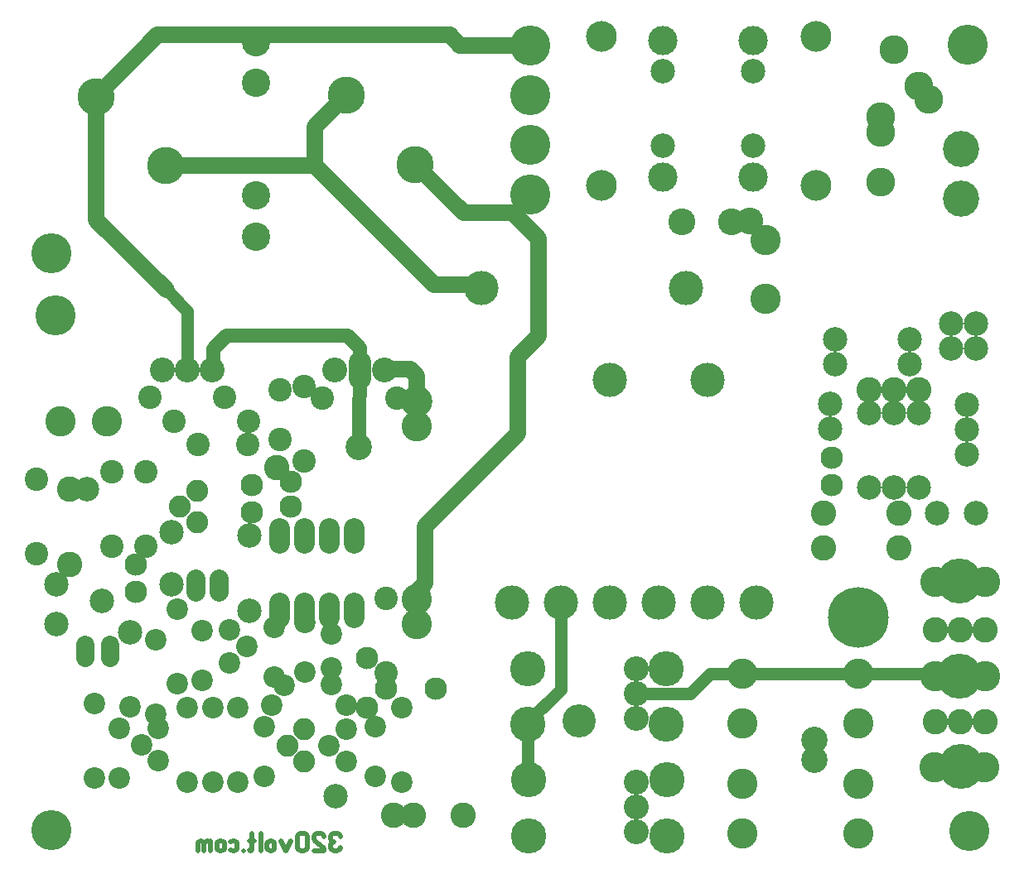
<source format=gbr>
%FSLAX34Y34*%
%MOMM*%
%LNSOLDERMASK_BOTTOM*%
G71*
G01*
%ADD10C,3.800*%
%ADD11C,1.900*%
%ADD12C,2.200*%
%ADD13C,1.950*%
%ADD14C,2.150*%
%ADD15C,2.300*%
%ADD16C,2.500*%
%ADD17C,2.500*%
%ADD18C,2.400*%
%ADD19C,2.550*%
%ADD20C,2.300*%
%ADD21C,4.100*%
%ADD22C,1.400*%
%ADD23C,3.100*%
%ADD24C,3.500*%
%ADD25C,2.250*%
%ADD26C,2.750*%
%ADD27C,2.600*%
%ADD28C,3.700*%
%ADD29C,2.950*%
%ADD30C,3.000*%
%ADD31C,3.150*%
%ADD32C,3.100*%
%ADD33C,2.600*%
%ADD34C,2.700*%
%ADD35C,0.518*%
%ADD36C,2.900*%
%ADD37C,6.200*%
%ADD38C,3.100*%
%ADD39C,2.700*%
%ADD40C,4.100*%
%ADD41C,2.500*%
%ADD42C,3.600*%
%ADD43C,3.400*%
%ADD44C,1.300*%
%ADD45C,3.200*%
%ADD46C,3.500*%
%ADD47C,2.600*%
%ADD48C,4.600*%
%ADD49C,1.700*%
%ADD50C,2.500*%
%LPD*%
X491487Y713696D02*
G54D10*
D03*
X420777Y784407D02*
G54D10*
D03*
G54D11*
X154243Y222327D02*
X154243Y209327D01*
G54D11*
X179644Y222326D02*
X179644Y209326D01*
X477594Y158116D02*
G54D12*
D03*
X477593Y81916D02*
G54D12*
D03*
G54D13*
X266399Y290326D02*
X266399Y276826D01*
G54D13*
X290368Y290326D02*
X290368Y276826D01*
G54D14*
X352522Y250028D02*
X352522Y265528D01*
G54D14*
X377922Y250028D02*
X377922Y265528D01*
G54D14*
X403322Y250028D02*
X403322Y265528D01*
G54D14*
X428722Y250028D02*
X428722Y265528D01*
G54D14*
X352522Y326229D02*
X352522Y341729D01*
G54D14*
X377921Y326228D02*
X377921Y341728D01*
G54D14*
X403322Y326228D02*
X403322Y341728D01*
G54D14*
X428722Y326228D02*
X428722Y341728D01*
X405306Y233569D02*
G54D12*
D03*
X405307Y198644D02*
G54D12*
D03*
X310112Y158115D02*
G54D12*
D03*
X310113Y81916D02*
G54D12*
D03*
X284316Y158116D02*
G54D12*
D03*
X284315Y81916D02*
G54D12*
D03*
X247918Y182315D02*
G54D12*
D03*
X247918Y258515D02*
G54D12*
D03*
X258519Y158116D02*
G54D12*
D03*
X258519Y81916D02*
G54D12*
D03*
X420784Y160941D02*
G54D12*
D03*
X344584Y160940D02*
G54D12*
D03*
X357284Y181181D02*
G54D12*
D03*
X405306Y181578D02*
G54D12*
D03*
X225974Y227569D02*
G54D12*
D03*
X225974Y151369D02*
G54D12*
D03*
X324688Y386148D02*
G54D15*
D03*
X324689Y358211D02*
G54D15*
D03*
X450209Y138272D02*
G54D12*
D03*
X450209Y87472D02*
G54D12*
D03*
X336703Y138272D02*
G54D12*
D03*
X336703Y87472D02*
G54D12*
D03*
X188953Y136779D02*
G54D12*
D03*
X188953Y85980D02*
G54D12*
D03*
X347419Y240666D02*
G54D12*
D03*
X347419Y189866D02*
G54D12*
D03*
X273715Y237083D02*
G54D12*
D03*
X273715Y186283D02*
G54D12*
D03*
X206190Y276370D02*
G54D15*
D03*
X206191Y304308D02*
G54D15*
D03*
X364031Y389144D02*
G54D15*
D03*
X364031Y363744D02*
G54D15*
D03*
X124907Y243993D02*
G54D16*
D03*
X124907Y283993D02*
G54D16*
D03*
X241950Y337372D02*
G54D17*
D03*
X241950Y284192D02*
G54D17*
D03*
X155742Y381783D02*
G54D16*
D03*
X296319Y475519D02*
G54D18*
D03*
X220119Y475519D02*
G54D18*
D03*
X232963Y503841D02*
G54D19*
D03*
X258362Y503841D02*
G54D19*
D03*
X283763Y503841D02*
G54D19*
D03*
X408778Y503841D02*
G54D19*
D03*
G54D20*
X434178Y512341D02*
X434178Y495341D01*
X459579Y503841D02*
G54D19*
D03*
X472532Y475123D02*
G54D18*
D03*
X396332Y475123D02*
G54D18*
D03*
X123921Y559800D02*
G54D21*
D03*
X319734Y427100D02*
G54D18*
D03*
X268934Y427100D02*
G54D18*
D03*
X353470Y432260D02*
G54D18*
D03*
X353469Y483060D02*
G54D18*
D03*
G54D22*
X433782Y425024D02*
X434278Y526066D01*
X421578Y538766D01*
X297752Y538766D01*
X284259Y525272D01*
X284259Y504635D01*
X284656Y504238D01*
X849223Y576542D02*
G54D23*
D03*
X849223Y636546D02*
G54D23*
D03*
X839780Y265492D02*
G54D24*
D03*
X789780Y265492D02*
G54D24*
D03*
X739780Y265492D02*
G54D24*
D03*
X689780Y265492D02*
G54D24*
D03*
X639780Y265492D02*
G54D24*
D03*
X589780Y265492D02*
G54D24*
D03*
X789780Y493274D02*
G54D24*
D03*
X689781Y493273D02*
G54D24*
D03*
X441972Y158020D02*
G54D15*
D03*
X441972Y208820D02*
G54D15*
D03*
X512616Y177467D02*
G54D15*
D03*
X461815Y177468D02*
G54D15*
D03*
X378319Y194677D02*
G54D12*
D03*
X378319Y245477D02*
G54D12*
D03*
X171176Y267172D02*
G54D16*
D03*
X229038Y103620D02*
G54D12*
D03*
X211575Y120398D02*
G54D12*
D03*
X229037Y137176D02*
G54D12*
D03*
X377922Y103176D02*
G54D25*
D03*
X360459Y119558D02*
G54D25*
D03*
X377922Y135939D02*
G54D25*
D03*
X420785Y102779D02*
G54D12*
D03*
X403322Y119557D02*
G54D12*
D03*
X420784Y136336D02*
G54D12*
D03*
X301496Y237480D02*
G54D12*
D03*
X318959Y220702D02*
G54D12*
D03*
X301496Y203925D02*
G54D12*
D03*
X268541Y347473D02*
G54D25*
D03*
X251078Y363854D02*
G54D25*
D03*
X268541Y380235D02*
G54D25*
D03*
X321962Y256876D02*
G54D17*
D03*
X321962Y334376D02*
G54D17*
D03*
X763344Y655548D02*
G54D26*
D03*
X814144Y655548D02*
G54D26*
D03*
X409698Y67148D02*
G54D16*
D03*
X349346Y403432D02*
G54D27*
D03*
X1057366Y31890D02*
G54D21*
D03*
X1048681Y729417D02*
G54D28*
D03*
X1048681Y678617D02*
G54D28*
D03*
X980258Y831260D02*
G54D29*
D03*
X1015813Y780483D02*
G54D29*
D03*
X1006252Y794137D02*
G54D29*
D03*
X744474Y840972D02*
G54D30*
D03*
X744474Y701272D02*
G54D30*
D03*
X836548Y840972D02*
G54D30*
D03*
X836548Y701272D02*
G54D30*
D03*
X836548Y733418D02*
G54D16*
D03*
X836548Y809618D02*
G54D16*
D03*
X901239Y844940D02*
G54D31*
D03*
X901239Y692540D02*
G54D31*
D03*
X744076Y733022D02*
G54D16*
D03*
X744076Y809222D02*
G54D16*
D03*
X967259Y746432D02*
G54D29*
D03*
X967259Y695632D02*
G54D29*
D03*
X128803Y450759D02*
G54D32*
D03*
X176503Y450758D02*
G54D32*
D03*
X492772Y445749D02*
G54D23*
D03*
X492772Y268749D02*
G54D23*
D03*
X539846Y48228D02*
G54D27*
D03*
X489047Y48228D02*
G54D27*
D03*
X119550Y32684D02*
G54D21*
D03*
X908307Y321822D02*
G54D33*
D03*
X985806Y321822D02*
G54D33*
D03*
X908306Y356747D02*
G54D33*
D03*
X985806Y356747D02*
G54D33*
D03*
X433782Y425024D02*
G54D34*
D03*
G54D35*
X415142Y26308D02*
X413809Y28530D01*
X411142Y29641D01*
X408476Y29641D01*
X405809Y28530D01*
X404476Y26308D01*
X404476Y24086D01*
X405809Y21864D01*
X408476Y20752D01*
X405809Y19641D01*
X404476Y17419D01*
X404476Y15197D01*
X405809Y12975D01*
X408476Y11864D01*
X411142Y11864D01*
X413809Y12975D01*
X415142Y15197D01*
G54D35*
X387587Y11864D02*
X398253Y11864D01*
X398253Y12975D01*
X396920Y15197D01*
X388920Y21864D01*
X387587Y24086D01*
X387587Y26308D01*
X388920Y28530D01*
X391587Y29641D01*
X394253Y29641D01*
X396920Y28530D01*
X398253Y26308D01*
G54D35*
X370698Y26308D02*
X370698Y15197D01*
X372031Y12975D01*
X374698Y11864D01*
X377364Y11864D01*
X380031Y12975D01*
X381364Y15197D01*
X381364Y26308D01*
X380031Y28530D01*
X377364Y29641D01*
X374698Y29641D01*
X372031Y28530D01*
X370698Y26308D01*
G54D35*
X364475Y21864D02*
X359142Y11864D01*
X353809Y21864D01*
G54D35*
X339586Y14530D02*
X339586Y18975D01*
X340920Y21197D01*
X343586Y21864D01*
X346253Y21197D01*
X347586Y18975D01*
X347586Y14530D01*
X346253Y12308D01*
X343586Y11864D01*
X340920Y12308D01*
X339586Y14530D01*
G54D35*
X333364Y11864D02*
X333364Y29641D01*
G54D35*
X324476Y29641D02*
X324476Y12975D01*
X323142Y11864D01*
X321809Y12308D01*
G54D35*
X327142Y21864D02*
X321809Y21864D01*
G54D35*
X315587Y11864D02*
X315587Y11864D01*
G54D35*
X302699Y21197D02*
X305365Y21864D01*
X308032Y21197D01*
X309365Y18975D01*
X309365Y14530D01*
X308032Y12308D01*
X305365Y11864D01*
X302699Y12308D01*
G54D35*
X288476Y14530D02*
X288476Y18975D01*
X289810Y21197D01*
X292476Y21864D01*
X295143Y21197D01*
X296476Y18975D01*
X296476Y14530D01*
X295143Y12308D01*
X292476Y11864D01*
X289810Y12308D01*
X288476Y14530D01*
G54D35*
X282254Y11864D02*
X282254Y21864D01*
G54D35*
X282254Y20086D02*
X279588Y21864D01*
X276921Y21197D01*
X275588Y19641D01*
X275588Y11864D01*
G54D35*
X275588Y20086D02*
X272921Y21864D01*
X270254Y21197D01*
X268921Y19641D01*
X268921Y11864D01*
X163157Y162179D02*
G54D12*
D03*
X163156Y85980D02*
G54D12*
D03*
X328282Y839013D02*
G54D36*
D03*
X328282Y797341D02*
G54D36*
D03*
X492772Y243349D02*
G54D23*
D03*
X236138Y712708D02*
G54D10*
D03*
X165428Y783418D02*
G54D10*
D03*
X328678Y640179D02*
G54D36*
D03*
X328678Y681851D02*
G54D36*
D03*
X1057366Y31890D02*
G54D21*
D03*
X943762Y250411D02*
G54D37*
D03*
X825312Y141842D02*
G54D38*
D03*
X825311Y192642D02*
G54D38*
D03*
X825311Y29129D02*
G54D38*
D03*
X825311Y79930D02*
G54D38*
D03*
X1022753Y286902D02*
G54D23*
D03*
X1073553Y286902D02*
G54D23*
D03*
X1022753Y190065D02*
G54D23*
D03*
X1073553Y190065D02*
G54D23*
D03*
X1022356Y96799D02*
G54D23*
D03*
X1073156Y96799D02*
G54D23*
D03*
X899330Y124974D02*
G54D39*
D03*
X899330Y105130D02*
G54D39*
D03*
X609022Y683257D02*
G54D40*
D03*
X609022Y734057D02*
G54D40*
D03*
X609022Y784857D02*
G54D40*
D03*
X609022Y835657D02*
G54D40*
D03*
X1064661Y357060D02*
G54D41*
D03*
X1024661Y357060D02*
G54D41*
D03*
X833041Y655638D02*
G54D26*
D03*
X606478Y141624D02*
G54D42*
D03*
X747909Y141625D02*
G54D42*
D03*
X606476Y198378D02*
G54D42*
D03*
X747908Y198378D02*
G54D42*
D03*
X748703Y27325D02*
G54D42*
D03*
X607272Y27324D02*
G54D42*
D03*
X748704Y84475D02*
G54D42*
D03*
X607273Y84474D02*
G54D42*
D03*
X716954Y30896D02*
G54D19*
D03*
X716954Y56296D02*
G54D19*
D03*
X716954Y81696D02*
G54D19*
D03*
X716952Y147578D02*
G54D19*
D03*
X716952Y172978D02*
G54D19*
D03*
X716952Y198378D02*
G54D19*
D03*
X658708Y144469D02*
G54D43*
D03*
G54D44*
X639780Y265492D02*
X639780Y176911D01*
X606478Y143609D01*
G54D44*
X716952Y172978D02*
X772259Y172978D01*
X792162Y192881D01*
X1070736Y192881D01*
X1073553Y190065D01*
G54D44*
X606478Y143609D02*
X606478Y87254D01*
X607273Y86459D01*
X1055778Y835960D02*
G54D21*
D03*
X492772Y471546D02*
G54D45*
D03*
X199484Y234869D02*
G54D41*
D03*
X199484Y158670D02*
G54D12*
D03*
X558798Y587730D02*
G54D46*
D03*
X768349Y587730D02*
G54D46*
D03*
X119550Y623234D02*
G54D21*
D03*
X1005651Y483350D02*
G54D47*
D03*
X980251Y483350D02*
G54D47*
D03*
X954851Y483349D02*
G54D47*
D03*
X681371Y844940D02*
G54D31*
D03*
X681370Y692540D02*
G54D31*
D03*
X1005651Y459934D02*
G54D16*
D03*
X1005650Y383735D02*
G54D16*
D03*
X980251Y459934D02*
G54D16*
D03*
X980250Y383735D02*
G54D16*
D03*
X954851Y459934D02*
G54D16*
D03*
X954850Y383735D02*
G54D16*
D03*
X916878Y385970D02*
G54D15*
D03*
X916878Y413907D02*
G54D15*
D03*
X996920Y509543D02*
G54D16*
D03*
X920720Y509544D02*
G54D16*
D03*
X996920Y535340D02*
G54D16*
D03*
X920721Y535341D02*
G54D16*
D03*
X915290Y468676D02*
G54D16*
D03*
X915290Y443276D02*
G54D16*
D03*
X944374Y141842D02*
G54D38*
D03*
X944374Y192642D02*
G54D38*
D03*
X944374Y29129D02*
G54D38*
D03*
X944374Y79930D02*
G54D38*
D03*
X1022753Y237690D02*
G54D27*
D03*
X1073553Y237690D02*
G54D27*
D03*
X1022753Y144027D02*
G54D27*
D03*
X1073553Y144027D02*
G54D27*
D03*
X1047750Y190500D02*
G54D48*
D03*
X1048941Y97631D02*
G54D48*
D03*
X1047750Y287338D02*
G54D48*
D03*
G54D49*
X492772Y243349D02*
X492772Y276872D01*
X500856Y284956D01*
X500856Y343297D01*
X596106Y438547D01*
X596106Y517128D01*
X617141Y538162D01*
X617141Y637920D01*
G54D49*
X609022Y835657D02*
X537134Y835657D01*
X526653Y846137D01*
X228147Y846137D01*
X165428Y783418D01*
X165428Y656897D01*
X236934Y585391D01*
G54D44*
X236934Y585391D02*
X258362Y563963D01*
X258362Y503841D01*
X1073553Y237690D02*
G54D27*
D03*
X1048153Y237689D02*
G54D27*
D03*
X1073553Y144027D02*
G54D27*
D03*
X1048153Y144027D02*
G54D27*
D03*
X1055104Y417665D02*
G54D50*
D03*
X1055104Y443065D02*
G54D50*
D03*
X1055104Y468465D02*
G54D50*
D03*
X1039019Y551259D02*
G54D16*
D03*
X1039019Y525859D02*
G54D16*
D03*
X1064419Y551259D02*
G54D16*
D03*
X1064419Y525859D02*
G54D16*
D03*
X321322Y450913D02*
G54D18*
D03*
X245122Y450913D02*
G54D18*
D03*
X377282Y410829D02*
G54D18*
D03*
X377282Y487029D02*
G54D18*
D03*
X103873Y315346D02*
G54D18*
D03*
X103873Y391546D02*
G54D18*
D03*
X461418Y193343D02*
G54D18*
D03*
X461418Y269543D02*
G54D18*
D03*
X181228Y323085D02*
G54D18*
D03*
X181228Y399285D02*
G54D18*
D03*
X215756Y323085D02*
G54D18*
D03*
X215756Y399285D02*
G54D18*
D03*
X138279Y381783D02*
G54D33*
D03*
X138279Y304283D02*
G54D33*
D03*
X967259Y762704D02*
G54D29*
D03*
G54D49*
X617141Y637920D02*
X617141Y638175D01*
X590947Y664369D01*
X540814Y664369D01*
X491487Y713696D01*
G54D49*
X558798Y590508D02*
X510423Y590508D01*
X388541Y712391D01*
X236456Y712391D01*
X236138Y712708D01*
G54D49*
X388541Y712391D02*
X388541Y752171D01*
X420777Y784407D01*
G54D49*
X492772Y445749D02*
X492772Y497431D01*
X486172Y504031D01*
X459769Y504031D01*
X459579Y503841D01*
X468807Y48228D02*
G54D27*
D03*
M02*

</source>
